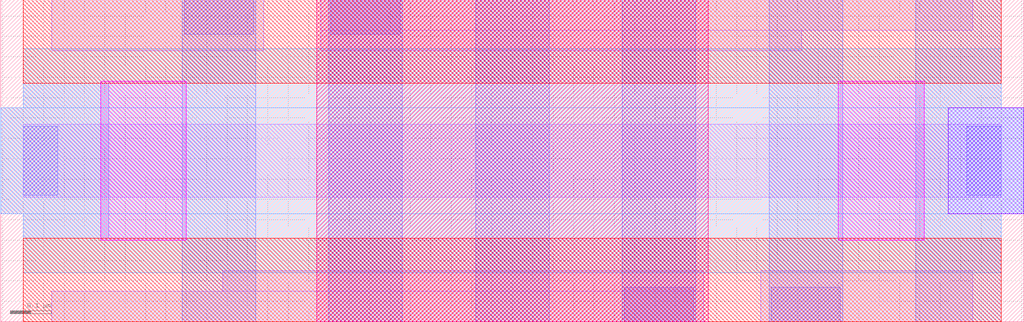
<source format=lef>
# Copyright 2020 The SkyWater PDK Authors
#
# Licensed under the Apache License, Version 2.0 (the "License");
# you may not use this file except in compliance with the License.
# You may obtain a copy of the License at
#
#     https://www.apache.org/licenses/LICENSE-2.0
#
# Unless required by applicable law or agreed to in writing, software
# distributed under the License is distributed on an "AS IS" BASIS,
# WITHOUT WARRANTIES OR CONDITIONS OF ANY KIND, either express or implied.
# See the License for the specific language governing permissions and
# limitations under the License.
#
# SPDX-License-Identifier: Apache-2.0

VERSION 5.7 ;
  NOWIREEXTENSIONATPIN ON ;
  DIVIDERCHAR "/" ;
  BUSBITCHARS "[]" ;
MACRO sky130_fd_bd_sram__sram_dp_horstrap2
  CLASS BLOCK ;
  FOREIGN sky130_fd_bd_sram__sram_dp_horstrap2 ;
  ORIGIN  0.055000  0.000000 ;
  SIZE  2.510000 BY  0.790000 ;
  OBS
    LAYER li1 ;
      RECT 0.000000 0.305000 2.400000 0.485000 ;
      RECT 0.070000 0.000000 1.670000 0.075000 ;
      RECT 0.070000 0.665000 0.590000 0.790000 ;
      RECT 0.490000 0.075000 1.670000 0.125000 ;
      RECT 0.730000 0.665000 1.910000 0.715000 ;
      RECT 0.730000 0.715000 2.330000 0.790000 ;
      RECT 1.810000 0.000000 2.330000 0.125000 ;
    LAYER mcon ;
      RECT 0.000000 0.310000 0.085000 0.480000 ;
      RECT 0.395000 0.705000 0.565000 0.790000 ;
      RECT 0.755000 0.705000 0.925000 0.790000 ;
      RECT 1.475000 0.000000 1.645000 0.085000 ;
      RECT 1.835000 0.000000 2.005000 0.085000 ;
      RECT 2.315000 0.310000 2.400000 0.480000 ;
    LAYER met1 ;
      RECT -0.055000 0.265000 0.210000 0.525000 ;
      RECT  0.000000 0.205000 0.210000 0.265000 ;
      RECT  0.000000 0.525000 0.210000 0.585000 ;
      RECT  0.390000 0.000000 0.570000 0.790000 ;
      RECT  0.750000 0.000000 0.930000 0.790000 ;
      RECT  1.110000 0.000000 1.290000 0.790000 ;
      RECT  1.470000 0.000000 1.650000 0.790000 ;
      RECT  1.830000 0.000000 2.010000 0.790000 ;
      RECT  2.190000 0.000000 2.400000 0.265000 ;
      RECT  2.190000 0.265000 2.455000 0.525000 ;
      RECT  2.190000 0.525000 2.400000 0.790000 ;
    LAYER met2 ;
      RECT -0.055000 0.265000 2.455000 0.525000 ;
      RECT  0.000000 0.120000 2.400000 0.265000 ;
      RECT  0.000000 0.525000 2.400000 0.670000 ;
    LAYER met3 ;
      RECT 0.000000 0.000000 2.400000 0.205000 ;
      RECT 0.000000 0.585000 2.400000 0.790000 ;
    LAYER nwell ;
      RECT 0.720000 0.000000 1.680000 0.790000 ;
    LAYER pwell ;
      RECT 0.190000 0.200000 0.400000 0.590000 ;
    LAYER pwell ;
      RECT 2.000000 0.200000 2.210000 0.590000 ;
    LAYER via ;
      RECT 2.270000 0.265000 2.455000 0.525000 ;
  END
END sky130_fd_bd_sram__sram_dp_horstrap2
END LIBRARY

</source>
